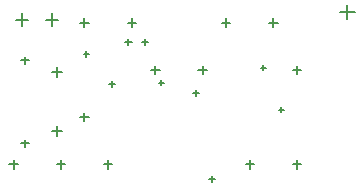
<source format=gbr>
G04*
G04 #@! TF.GenerationSoftware,Altium Limited,Altium Designer,24.6.1 (21)*
G04*
G04 Layer_Color=128*
%FSLAX25Y25*%
%MOIN*%
G70*
G04*
G04 #@! TF.SameCoordinates,5512D287-6342-4ABA-9CF6-7DAEAAFA0F20*
G04*
G04*
G04 #@! TF.FilePolarity,Positive*
G04*
G01*
G75*
%ADD43C,0.00500*%
D43*
X343457Y341721D02*
X346803D01*
X345130Y340047D02*
Y343394D01*
X343457Y361405D02*
X346803D01*
X345130Y359732D02*
Y363079D01*
X333319Y337784D02*
X335681D01*
X334500Y336602D02*
Y338965D01*
X333319Y365342D02*
X335681D01*
X334500Y364161D02*
Y366524D01*
X373362Y371500D02*
X375662D01*
X374512Y370350D02*
Y372650D01*
X367850Y371500D02*
X370150D01*
X369000Y370350D02*
Y372650D01*
X341492Y379000D02*
X345508D01*
X343500Y376992D02*
Y381008D01*
X331492Y379000D02*
X335508D01*
X333500Y376992D02*
Y381008D01*
X395910Y325894D02*
X397878D01*
X396894Y324909D02*
Y326878D01*
X423797Y362205D02*
X426597D01*
X425197Y360805D02*
Y363605D01*
X423797Y330709D02*
X426597D01*
X425197Y329309D02*
Y332109D01*
X415923Y377953D02*
X418723D01*
X417323Y376553D02*
Y379353D01*
X408049Y330709D02*
X410849D01*
X409449Y329309D02*
Y332109D01*
X400175Y377953D02*
X402975D01*
X401575Y376553D02*
Y379353D01*
X392301Y362205D02*
X395101D01*
X393701Y360805D02*
Y363605D01*
X376553Y362205D02*
X379353D01*
X377953Y360805D02*
Y363605D01*
X368679Y377953D02*
X371479D01*
X370079Y376553D02*
Y379353D01*
X360805Y330709D02*
X363605D01*
X362205Y329309D02*
Y332109D01*
X352931Y377953D02*
X355731D01*
X354331Y376553D02*
Y379353D01*
X352931Y346457D02*
X355731D01*
X354331Y345057D02*
Y347857D01*
X345057Y330709D02*
X347857D01*
X346457Y329309D02*
Y332109D01*
X329309Y330709D02*
X332109D01*
X330709Y329309D02*
Y332109D01*
X439638Y381500D02*
X444362D01*
X442000Y379138D02*
Y383862D01*
X413016Y363000D02*
X414984D01*
X414000Y362016D02*
Y363984D01*
X354016Y367500D02*
X355984D01*
X355000Y366516D02*
Y368484D01*
X362516Y357500D02*
X364484D01*
X363500Y356516D02*
Y358484D01*
X419016Y349000D02*
X420984D01*
X420000Y348016D02*
Y349984D01*
X390516Y354500D02*
X392484D01*
X391500Y353516D02*
Y355484D01*
X379016Y358000D02*
X380984D01*
X380000Y357016D02*
Y358984D01*
M02*

</source>
